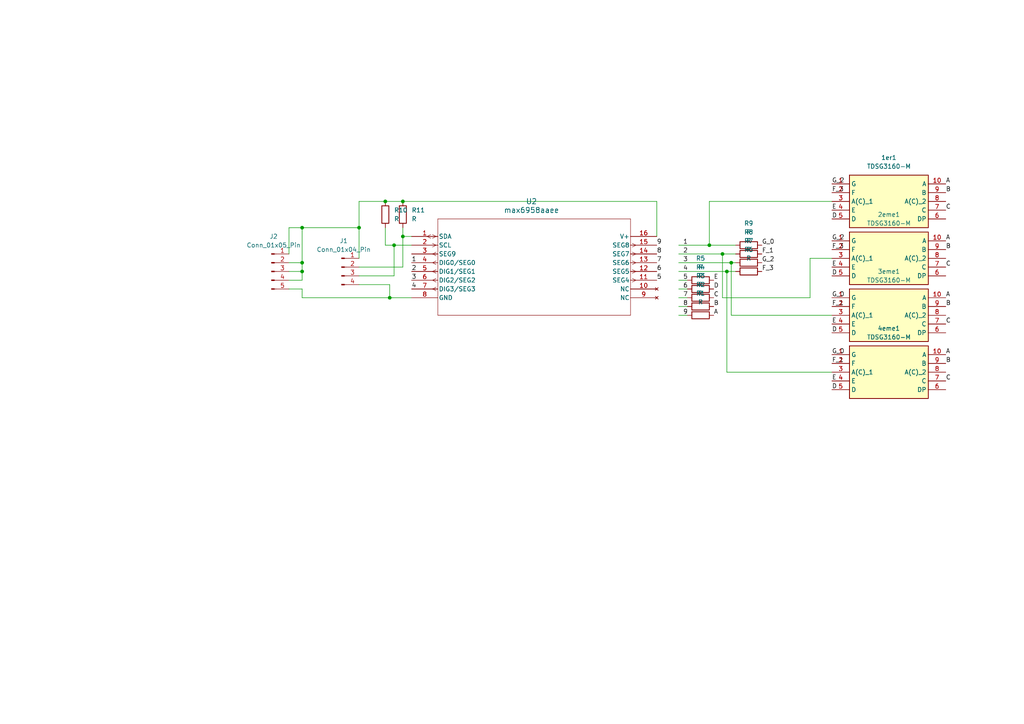
<source format=kicad_sch>
(kicad_sch (version 20231120) (generator "eeschema") (generator_version "8.0")
  (paper "A4")
  (lib_symbols
    (symbol "2025-03-07_14-15-55:max6958aaee" (pin_names (offset 0.254))
      (property "Reference" "U" (at 35.56 10.16 0))
      (property "Value" "max6958aaee" (at 35.56 7.62 0))
      (symbol "max6958aaee_0_1"
        (polyline (pts (xy 5.5372 -0.5207) (xy 4.4958 0)) (stroke (width 0.127)))
        (polyline (pts (xy 5.5372 0.5207) (xy 4.4958 0)) (stroke (width 0.127)))
        (polyline (pts (xy 7.0993 -15.7607) (xy 6.0579 -15.24)) (stroke (width 0.127)))
        (polyline (pts (xy 7.0993 -14.7193) (xy 6.0579 -15.24)) (stroke (width 0.127)))
        (polyline (pts (xy 7.0993 -13.2207) (xy 6.0579 -12.7)) (stroke (width 0.127)))
        (polyline (pts (xy 7.0993 -12.1793) (xy 6.0579 -12.7)) (stroke (width 0.127)))
        (polyline (pts (xy 7.0993 -10.6807) (xy 6.0579 -10.16)) (stroke (width 0.127)))
        (polyline (pts (xy 7.0993 -9.6393) (xy 6.0579 -10.16)) (stroke (width 0.127)))
        (polyline (pts (xy 7.0993 -8.1407) (xy 6.0579 -7.62)) (stroke (width 0.127)))
        (polyline (pts (xy 7.0993 -7.0993) (xy 6.0579 -7.62)) (stroke (width 0.127)))
        (polyline (pts (xy 7.0993 -5.6007) (xy 6.0579 -5.08)) (stroke (width 0.127)))
        (polyline (pts (xy 7.0993 -4.5593) (xy 6.0579 -5.08)) (stroke (width 0.127)))
        (polyline (pts (xy 7.0993 -2.54) (xy 6.0579 -3.0607)) (stroke (width 0.127)))
        (polyline (pts (xy 7.0993 -2.54) (xy 6.0579 -2.0193)) (stroke (width 0.127)))
        (polyline (pts (xy 7.0993 0) (xy 6.0579 -0.5207)) (stroke (width 0.127)))
        (polyline (pts (xy 7.0993 0) (xy 6.0579 0.5207)) (stroke (width 0.127)))
        (polyline (pts (xy 7.62 -22.86) (xy 63.5 -22.86)) (stroke (width 0.127)))
        (polyline (pts (xy 7.62 5.08) (xy 7.62 -22.86)) (stroke (width 0.127)))
        (polyline (pts (xy 63.5 -22.86) (xy 63.5 5.08)) (stroke (width 0.127)))
        (polyline (pts (xy 63.5 5.08) (xy 7.62 5.08)) (stroke (width 0.127)))
        (polyline (pts (xy 64.0207 -13.2207) (xy 65.0621 -12.7)) (stroke (width 0.127)))
        (polyline (pts (xy 64.0207 -12.1793) (xy 65.0621 -12.7)) (stroke (width 0.127)))
        (polyline (pts (xy 64.0207 -10.6807) (xy 65.0621 -10.16)) (stroke (width 0.127)))
        (polyline (pts (xy 64.0207 -9.6393) (xy 65.0621 -10.16)) (stroke (width 0.127)))
        (polyline (pts (xy 64.0207 -8.1407) (xy 65.0621 -7.62)) (stroke (width 0.127)))
        (polyline (pts (xy 64.0207 -7.0993) (xy 65.0621 -7.62)) (stroke (width 0.127)))
        (polyline (pts (xy 64.0207 -5.6007) (xy 65.0621 -5.08)) (stroke (width 0.127)))
        (polyline (pts (xy 64.0207 -4.5593) (xy 65.0621 -5.08)) (stroke (width 0.127)))
        (polyline (pts (xy 64.0207 -3.0607) (xy 65.0621 -2.54)) (stroke (width 0.127)))
        (polyline (pts (xy 64.0207 -2.0193) (xy 65.0621 -2.54)) (stroke (width 0.127)))
        (pin bidirectional line (at 0 0 0) (length 7.62) (name "SDA") (number "1"))
        (pin no_connect line (at 71.12 -15.24 180) (length 7.62) (name "NC") (number "10"))
        (pin output line (at 71.12 -12.7 180) (length 7.62) (name "SEG4") (number "11"))
        (pin output line (at 71.12 -10.16 180) (length 7.62) (name "SEG5") (number "12"))
        (pin output line (at 71.12 -7.62 180) (length 7.62) (name "SEG6") (number "13"))
        (pin output line (at 71.12 -5.08 180) (length 7.62) (name "SEG7") (number "14"))
        (pin output line (at 71.12 -2.54 180) (length 7.62) (name "SEG8") (number "15"))
        (pin power_in line (at 71.12 0 180) (length 7.62) (name "V+") (number "16"))
        (pin input line (at 0 -2.54 0) (length 7.62) (name "SCL") (number "2"))
        (pin output line (at 0 -5.08 0) (length 7.62) (name "SEG9") (number "3"))
        (pin output line (at 0 -7.62 0) (length 7.62) (name "DIG0/SEG0") (number "4"))
        (pin output line (at 0 -10.16 0) (length 7.62) (name "DIG1/SEG1") (number "5"))
        (pin output line (at 0 -12.7 0) (length 7.62) (name "DIG2/SEG2") (number "6"))
        (pin output line (at 0 -15.24 0) (length 7.62) (name "DIG3/SEG3") (number "7"))
        (pin power_in line (at 0 -17.78 0) (length 7.62) (name "GND") (number "8"))
        (pin no_connect line (at 71.12 -17.78 180) (length 7.62) (name "NC") (number "9"))
      )
    )
    (symbol "Connector:Conn_01x04_Pin" (pin_names (offset 1.016) hide)
      (property "Reference" "J" (at 0 5.08 0))
      (property "Value" "Conn_01x04_Pin" (at 0 -7.62 0))
      (symbol "Conn_01x04_Pin_1_1"
        (polyline (pts (xy 1.27 -5.08) (xy 0.8636 -5.08)) (stroke (width 0.1524)))
        (polyline (pts (xy 1.27 -2.54) (xy 0.8636 -2.54)) (stroke (width 0.1524)))
        (polyline (pts (xy 1.27 0) (xy 0.8636 0)) (stroke (width 0.1524)))
        (polyline (pts (xy 1.27 2.54) (xy 0.8636 2.54)) (stroke (width 0.1524)))
        (rectangle (start 0.8636 -4.953) (end 0 -5.207) (stroke (width 0.1524)) (fill (type outline)))
        (rectangle (start 0.8636 -2.413) (end 0 -2.667) (stroke (width 0.1524)) (fill (type outline)))
        (rectangle (start 0.8636 0.127) (end 0 -0.127) (stroke (width 0.1524)) (fill (type outline)))
        (rectangle (start 0.8636 2.667) (end 0 2.413) (stroke (width 0.1524)) (fill (type outline)))
        (pin passive line (at 5.08 2.54 180) (length 3.81) (name "Pin_1") (number "1"))
        (pin passive line (at 5.08 0 180) (length 3.81) (name "Pin_2") (number "2"))
        (pin passive line (at 5.08 -2.54 180) (length 3.81) (name "Pin_3") (number "3"))
        (pin passive line (at 5.08 -5.08 180) (length 3.81) (name "Pin_4") (number "4"))
      )
    )
    (symbol "Connector:Conn_01x05_Pin" (pin_names (offset 1.016) hide)
      (property "Reference" "J" (at 0 7.62 0))
      (property "Value" "Conn_01x05_Pin" (at 0 -7.62 0))
      (symbol "Conn_01x05_Pin_1_1"
        (polyline (pts (xy 1.27 -5.08) (xy 0.8636 -5.08)) (stroke (width 0.1524)))
        (polyline (pts (xy 1.27 -2.54) (xy 0.8636 -2.54)) (stroke (width 0.1524)))
        (polyline (pts (xy 1.27 0) (xy 0.8636 0)) (stroke (width 0.1524)))
        (polyline (pts (xy 1.27 2.54) (xy 0.8636 2.54)) (stroke (width 0.1524)))
        (polyline (pts (xy 1.27 5.08) (xy 0.8636 5.08)) (stroke (width 0.1524)))
        (rectangle (start 0.8636 -4.953) (end 0 -5.207) (stroke (width 0.1524)) (fill (type outline)))
        (rectangle (start 0.8636 -2.413) (end 0 -2.667) (stroke (width 0.1524)) (fill (type outline)))
        (rectangle (start 0.8636 0.127) (end 0 -0.127) (stroke (width 0.1524)) (fill (type outline)))
        (rectangle (start 0.8636 2.667) (end 0 2.413) (stroke (width 0.1524)) (fill (type outline)))
        (rectangle (start 0.8636 5.207) (end 0 4.953) (stroke (width 0.1524)) (fill (type outline)))
        (pin passive line (at 5.08 5.08 180) (length 3.81) (name "Pin_1") (number "1"))
        (pin passive line (at 5.08 2.54 180) (length 3.81) (name "Pin_2") (number "2"))
        (pin passive line (at 5.08 0 180) (length 3.81) (name "Pin_3") (number "3"))
        (pin passive line (at 5.08 -2.54 180) (length 3.81) (name "Pin_4") (number "4"))
        (pin passive line (at 5.08 -5.08 180) (length 3.81) (name "Pin_5") (number "5"))
      )
    )
    (symbol "Device:R" (pin_numbers hide) (pin_names (offset 0))
      (property "Reference" "R" (at 2.032 0 90))
      (property "Value" "R" (at 0 0 90))
      (symbol "R_0_1"
        (rectangle (start -1.016 -2.54) (end 1.016 2.54) (stroke (width 0.254)))
      )
      (symbol "R_1_1"
        (pin passive line (at 0 3.81 270) (length 1.27) (name "~") (number "1"))
        (pin passive line (at 0 -3.81 90) (length 1.27) (name "~") (number "2"))
      )
    )
    (symbol "TDSG3160-M:TDSG3160-M"
      (property "Reference" "DS" (at 29.21 7.62 0))
      (property "Value" "TDSG3160-M" (at 29.21 5.08 0))
      (symbol "TDSG3160-M_1_1"
        (rectangle (start 5.08 2.54) (end 27.94 -12.7) (stroke (width 0.254)) (fill (type background)))
        (pin passive line (at 0 0 0) (length 5.08) (name "G") (number "1"))
        (pin passive line (at 33.02 0 180) (length 5.08) (name "A") (number "10"))
        (pin passive line (at 0 -2.54 0) (length 5.08) (name "F") (number "2"))
        (pin passive line (at 0 -5.08 0) (length 5.08) (name "A(C)_1") (number "3"))
        (pin passive line (at 0 -7.62 0) (length 5.08) (name "E") (number "4"))
        (pin passive line (at 0 -10.16 0) (length 5.08) (name "D") (number "5"))
        (pin passive line (at 33.02 -10.16 180) (length 5.08) (name "DP") (number "6"))
        (pin passive line (at 33.02 -7.62 180) (length 5.08) (name "C") (number "7"))
        (pin passive line (at 33.02 -5.08 180) (length 5.08) (name "A(C)_2") (number "8"))
        (pin passive line (at 33.02 -2.54 180) (length 5.08) (name "B") (number "9"))
      )
    )
  )
  (junction (at 116.84 68.58))
  (junction (at 111.76 58.42))
  (junction (at 210.82 78.74))
  (junction (at 87.63 66.04))
  (junction (at 212.09 76.2))
  (junction (at 104.14 66.04))
  (junction (at 87.63 76.2))
  (junction (at 114.3 71.12))
  (junction (at 113.03 86.36))
  (junction (at 205.74 71.12))
  (junction (at 87.63 78.74))
  (junction (at 116.84 58.42))
  (junction (at 209.55 73.66))
  (wire (pts (xy 205.74 58.42) (xy 205.74 71.12)))
  (wire (pts (xy 205.74 71.12) (xy 196.85 71.12)))
  (wire (pts (xy 113.03 86.36) (xy 119.38 86.36)))
  (wire (pts (xy 210.82 78.74) (xy 213.36 78.74)))
  (wire (pts (xy 196.85 78.74) (xy 210.82 78.74)))
  (wire (pts (xy 83.82 76.2) (xy 87.63 76.2)))
  (wire (pts (xy 104.14 80.01) (xy 114.3 80.01)))
  (wire (pts (xy 234.95 74.93) (xy 234.95 86.36)))
  (wire (pts (xy 241.3 107.95) (xy 210.82 107.95)))
  (wire (pts (xy 113.03 82.55) (xy 113.03 86.36)))
  (wire (pts (xy 111.76 58.42) (xy 116.84 58.42)))
  (wire (pts (xy 87.63 83.82) (xy 87.63 86.36)))
  (wire (pts (xy 210.82 107.95) (xy 210.82 78.74)))
  (wire (pts (xy 87.63 81.28) (xy 87.63 78.74)))
  (wire (pts (xy 104.14 82.55) (xy 113.03 82.55)))
  (wire (pts (xy 104.14 77.47) (xy 116.84 77.47)))
  (wire (pts (xy 196.85 88.9) (xy 199.39 88.9)))
  (wire (pts (xy 212.09 76.2) (xy 213.36 76.2)))
  (wire (pts (xy 241.3 74.93) (xy 234.95 74.93)))
  (wire (pts (xy 104.14 66.04) (xy 104.14 58.42)))
  (wire (pts (xy 116.84 68.58) (xy 119.38 68.58)))
  (wire (pts (xy 114.3 80.01) (xy 114.3 71.12)))
  (wire (pts (xy 83.82 83.82) (xy 87.63 83.82)))
  (wire (pts (xy 83.82 78.74) (xy 87.63 78.74)))
  (wire (pts (xy 104.14 58.42) (xy 111.76 58.42)))
  (wire (pts (xy 116.84 66.04) (xy 116.84 68.58)))
  (wire (pts (xy 196.85 76.2) (xy 212.09 76.2)))
  (wire (pts (xy 83.82 73.66) (xy 83.82 66.04)))
  (wire (pts (xy 83.82 66.04) (xy 87.63 66.04)))
  (wire (pts (xy 209.55 86.36) (xy 209.55 73.66)))
  (wire (pts (xy 190.5 58.42) (xy 116.84 58.42)))
  (wire (pts (xy 241.3 58.42) (xy 205.74 58.42)))
  (wire (pts (xy 196.85 86.36) (xy 199.39 86.36)))
  (wire (pts (xy 83.82 81.28) (xy 87.63 81.28)))
  (wire (pts (xy 205.74 71.12) (xy 213.36 71.12)))
  (wire (pts (xy 111.76 71.12) (xy 114.3 71.12)))
  (wire (pts (xy 212.09 91.44) (xy 241.3 91.44)))
  (wire (pts (xy 209.55 73.66) (xy 213.36 73.66)))
  (wire (pts (xy 111.76 66.04) (xy 111.76 71.12)))
  (wire (pts (xy 196.85 83.82) (xy 199.39 83.82)))
  (wire (pts (xy 87.63 76.2) (xy 87.63 66.04)))
  (wire (pts (xy 87.63 66.04) (xy 104.14 66.04)))
  (wire (pts (xy 190.5 68.58) (xy 190.5 58.42)))
  (wire (pts (xy 87.63 86.36) (xy 113.03 86.36)))
  (wire (pts (xy 114.3 71.12) (xy 119.38 71.12)))
  (wire (pts (xy 196.85 81.28) (xy 199.39 81.28)))
  (wire (pts (xy 87.63 78.74) (xy 87.63 76.2)))
  (wire (pts (xy 104.14 74.93) (xy 104.14 66.04)))
  (wire (pts (xy 196.85 73.66) (xy 209.55 73.66)))
  (wire (pts (xy 116.84 77.47) (xy 116.84 68.58)))
  (wire (pts (xy 234.95 86.36) (xy 209.55 86.36)))
  (wire (pts (xy 212.09 76.2) (xy 212.09 91.44)))
  (wire (pts (xy 196.85 91.44) (xy 199.39 91.44)))
  (label "D" (at 241.3 96.52 0))
  (label "3" (at 198.12 76.2 0))
  (label "C" (at 274.32 60.96 0))
  (label "9" (at 198.12 91.44 0))
  (label "7" (at 198.12 86.36 0))
  (label "1" (at 119.38 76.2 0))
  (label "E" (at 241.3 77.47 0))
  (label "5" (at 198.12 81.28 0))
  (label "9" (at 190.5 71.12 0))
  (label "A" (at 274.32 69.85 0))
  (label "A" (at 274.32 53.34 0))
  (label "E" (at 241.3 110.49 0))
  (label "D" (at 207.01 83.82 0))
  (label "G_0" (at 241.3 102.87 0))
  (label "D" (at 241.3 80.01 0))
  (label "4" (at 119.38 83.82 0))
  (label "D" (at 241.3 63.5 0))
  (label "C" (at 274.32 93.98 0))
  (label "G_2" (at 241.3 53.34 0))
  (label "7" (at 190.5 76.2 0))
  (label "G_2" (at 241.3 69.85 0))
  (label "E" (at 241.3 93.98 0))
  (label "F_1" (at 241.3 88.9 0))
  (label "C" (at 274.32 77.47 0))
  (label "5" (at 190.5 81.28 0))
  (label "F_1" (at 241.3 105.41 0))
  (label "C" (at 207.01 86.36 0))
  (label "1" (at 198.12 71.12 0))
  (label "E" (at 207.01 81.28 0))
  (label "B" (at 274.32 72.39 0))
  (label "2" (at 119.38 78.74 0))
  (label "E" (at 241.3 60.96 0))
  (label "F_3" (at 241.3 55.88 0))
  (label "F_3" (at 220.98 78.74 0))
  (label "A" (at 274.32 86.36 0))
  (label "8" (at 190.5 73.66 0))
  (label "4" (at 198.12 78.74 0))
  (label "6" (at 190.5 78.74 0))
  (label "3" (at 119.38 81.28 0))
  (label "6" (at 198.12 83.82 0))
  (label "A" (at 274.32 102.87 0))
  (label "C" (at 274.32 110.49 0))
  (label "G_0" (at 220.98 71.12 0))
  (label "B" (at 207.01 88.9 0))
  (label "G_2" (at 220.98 76.2 0))
  (label "2" (at 198.12 73.66 0))
  (label "D" (at 241.3 113.03 0))
  (label "F_3" (at 241.3 72.39 0))
  (label "F_1" (at 220.98 73.66 0))
  (label "8" (at 198.12 88.9 0))
  (label "A" (at 207.01 91.44 0))
  (label "B" (at 274.32 55.88 0))
  (label "G_0" (at 241.3 86.36 0))
  (label "B" (at 274.32 88.9 0))
  (label "B" (at 274.32 105.41 0))
  (symbol (lib_id "Device:R") (at 116.84 62.23 180) (unit 1)
    (property "Reference" "R11" (at 119.38 60.9599 0) (effects (justify right)))
    (property "Value" "R" (at 119.38 63.4999 0) (effects (justify right)))
    (property "Footprint" "Resistor_SMD:R_0805_2012Metric" (effects (hide yes)))
    (property "Description" "Resistor" (effects (hide yes)))
  )
  (symbol (lib_id "Device:R") (at 217.17 78.74 90) (unit 1)
    (property "Reference" "R6" (at 217.17 72.39 90))
    (property "Value" "R" (at 217.17 74.93 90))
    (property "Footprint" "Resistor_SMD:R_0805_2012Metric" (effects (hide yes)))
    (property "Description" "Resistor" (effects (hide yes)))
  )
  (symbol (lib_id "Connector:Conn_01x04_Pin") (at 99.06 77.47 0) (unit 1)
    (property "Reference" "J1" (at 99.695 69.85 0))
    (property "Value" "Conn_01x04_Pin" (at 99.695 72.39 0))
    (property "Footprint" "Connector_PinHeader_2.54mm:PinHeader_1x04_P2.54mm_Vertical" (effects (hide yes)))
    (property "Description" "Generic connector, single row, 01x04, script generated" (effects (hide yes)))
  )
  (symbol (lib_id "TDSG3160-M:TDSG3160-M") (at 241.3 53.34 0) (unit 1)
    (property "Reference" "1er1" (at 257.81 45.72 0))
    (property "Value" "TDSG3160-M" (at 257.81 48.26 0))
    (property "Footprint" "footprints:DIP10_TDS" (effects (hide yes)))
    (property "Datasheet" "http://www.vishay.com/docs/83125/tdsg31.pdf" (effects (hide yes)))
    (property "Description" "LED Displays & Accessories 7-Seg Green 10 mm Common cathode" (effects (hide yes)))
    (property "Height" "7.1" (effects (hide yes)))
    (property "Mouser Part Number" "78-TDSG3160-M" (effects (hide yes)))
    (property "Mouser Price/Stock" "https://www.mouser.co.uk/ProductDetail/Vishay-Semiconductors/TDSG3160-M?qs=1F7whG1WZO34OtgNNrunoA%3D%3D" (effects (hide yes)))
    (property "Manufacturer_Name" "Vishay" (effects (hide yes)))
    (property "Manufacturer_Part_Number" "TDSG3160-M" (effects (hide yes)))
  )
  (symbol (lib_id "Device:R") (at 203.2 91.44 90) (unit 1)
    (property "Reference" "R1" (at 203.2 85.09 90))
    (property "Value" "R" (at 203.2 87.63 90))
    (property "Footprint" "Resistor_SMD:R_0805_2012Metric" (effects (hide yes)))
    (property "Description" "Resistor" (effects (hide yes)))
  )
  (symbol (lib_id "TDSG3160-M:TDSG3160-M") (at 241.3 86.36 0) (unit 1)
    (property "Reference" "3eme1" (at 257.81 78.74 0))
    (property "Value" "TDSG3160-M" (at 257.81 81.28 0))
    (property "Footprint" "footprints:DIP10_TDS" (effects (hide yes)))
    (property "Datasheet" "http://www.vishay.com/docs/83125/tdsg31.pdf" (effects (hide yes)))
    (property "Description" "LED Displays & Accessories 7-Seg Green 10 mm Common cathode" (effects (hide yes)))
    (property "Height" "7.1" (effects (hide yes)))
    (property "Mouser Part Number" "78-TDSG3160-M" (effects (hide yes)))
    (property "Mouser Price/Stock" "https://www.mouser.co.uk/ProductDetail/Vishay-Semiconductors/TDSG3160-M?qs=1F7whG1WZO34OtgNNrunoA%3D%3D" (effects (hide yes)))
    (property "Manufacturer_Name" "Vishay" (effects (hide yes)))
    (property "Manufacturer_Part_Number" "TDSG3160-M" (effects (hide yes)))
  )
  (symbol (lib_id "TDSG3160-M:TDSG3160-M") (at 241.3 69.85 0) (unit 1)
    (property "Reference" "2eme1" (at 257.81 62.23 0))
    (property "Value" "TDSG3160-M" (at 257.81 64.77 0))
    (property "Footprint" "footprints:DIP10_TDS" (effects (hide yes)))
    (property "Datasheet" "http://www.vishay.com/docs/83125/tdsg31.pdf" (effects (hide yes)))
    (property "Description" "LED Displays & Accessories 7-Seg Green 10 mm Common cathode" (effects (hide yes)))
    (property "Height" "7.1" (effects (hide yes)))
    (property "Mouser Part Number" "78-TDSG3160-M" (effects (hide yes)))
    (property "Mouser Price/Stock" "https://www.mouser.co.uk/ProductDetail/Vishay-Semiconductors/TDSG3160-M?qs=1F7whG1WZO34OtgNNrunoA%3D%3D" (effects (hide yes)))
    (property "Manufacturer_Name" "Vishay" (effects (hide yes)))
    (property "Manufacturer_Part_Number" "TDSG3160-M" (effects (hide yes)))
  )
  (symbol (lib_id "2025-03-07_14-15-55:max6958aaee") (at 119.38 68.58 0) (unit 1)
    (property "Reference" "U2" (at 154.1589 58.42 0) (effects (font (size 1.524 1.524))))
    (property "Value" "max6958aaee" (at 154.1589 60.96 0) (effects (font (size 1.524 1.524))))
    (property "Footprint" "CMS:21-0055H_16_MXM" (effects (hide yes)))
    (property "Datasheet" "max6958aaee" (effects (hide yes)))
  )
  (symbol (lib_id "Device:R") (at 217.17 76.2 90) (unit 1)
    (property "Reference" "R7" (at 217.17 69.85 90))
    (property "Value" "R" (at 217.17 72.39 90))
    (property "Footprint" "Resistor_SMD:R_0805_2012Metric" (effects (hide yes)))
    (property "Description" "Resistor" (effects (hide yes)))
  )
  (symbol (lib_id "Device:R") (at 217.17 71.12 90) (unit 1)
    (property "Reference" "R9" (at 217.17 64.77 90))
    (property "Value" "R" (at 217.17 67.31 90))
    (property "Footprint" "Resistor_SMD:R_0805_2012Metric" (effects (hide yes)))
    (property "Description" "Resistor" (effects (hide yes)))
  )
  (symbol (lib_id "Device:R") (at 111.76 62.23 180) (unit 1)
    (property "Reference" "R10" (at 114.3 60.9599 0) (effects (justify right)))
    (property "Value" "R" (at 114.3 63.4999 0) (effects (justify right)))
    (property "Footprint" "Resistor_SMD:R_0805_2012Metric" (effects (hide yes)))
    (property "Description" "Resistor" (effects (hide yes)))
  )
  (symbol (lib_id "Device:R") (at 217.17 73.66 90) (unit 1)
    (property "Reference" "R8" (at 217.17 67.31 90))
    (property "Value" "R" (at 217.17 69.85 90))
    (property "Footprint" "Resistor_SMD:R_0805_2012Metric" (effects (hide yes)))
    (property "Description" "Resistor" (effects (hide yes)))
  )
  (symbol (lib_id "Connector:Conn_01x05_Pin") (at 78.74 78.74 0) (unit 1)
    (property "Reference" "J2" (at 79.375 68.58 0))
    (property "Value" "Conn_01x05_Pin" (at 79.375 71.12 0))
    (property "Footprint" "Connector_PinHeader_2.54mm:PinHeader_1x05_P2.54mm_Vertical" (effects (hide yes)))
    (property "Description" "Generic connector, single row, 01x05, script generated" (effects (hide yes)))
  )
  (symbol (lib_id "Device:R") (at 203.2 88.9 90) (unit 1)
    (property "Reference" "R2" (at 203.2 82.55 90))
    (property "Value" "R" (at 203.2 85.09 90))
    (property "Footprint" "Resistor_SMD:R_0805_2012Metric" (effects (hide yes)))
    (property "Description" "Resistor" (effects (hide yes)))
  )
  (symbol (lib_id "Device:R") (at 203.2 83.82 90) (unit 1)
    (property "Reference" "R4" (at 203.2 77.47 90))
    (property "Value" "R" (at 203.2 80.01 90))
    (property "Footprint" "Resistor_SMD:R_0805_2012Metric" (effects (hide yes)))
    (property "Description" "Resistor" (effects (hide yes)))
  )
  (symbol (lib_id "Device:R") (at 203.2 86.36 90) (unit 1)
    (property "Reference" "R3" (at 203.2 80.01 90))
    (property "Value" "R" (at 203.2 82.55 90))
    (property "Footprint" "Resistor_SMD:R_0805_2012Metric" (effects (hide yes)))
    (property "Description" "Resistor" (effects (hide yes)))
  )
  (symbol (lib_id "TDSG3160-M:TDSG3160-M") (at 241.3 102.87 0) (unit 1)
    (property "Reference" "4eme1" (at 257.81 95.25 0))
    (property "Value" "TDSG3160-M" (at 257.81 97.79 0))
    (property "Footprint" "footprints:DIP10_TDS" (effects (hide yes)))
    (property "Datasheet" "http://www.vishay.com/docs/83125/tdsg31.pdf" (effects (hide yes)))
    (property "Description" "LED Displays & Accessories 7-Seg Green 10 mm Common cathode" (effects (hide yes)))
    (property "Height" "7.1" (effects (hide yes)))
    (property "Mouser Part Number" "78-TDSG3160-M" (effects (hide yes)))
    (property "Mouser Price/Stock" "https://www.mouser.co.uk/ProductDetail/Vishay-Semiconductors/TDSG3160-M?qs=1F7whG1WZO34OtgNNrunoA%3D%3D" (effects (hide yes)))
    (property "Manufacturer_Name" "Vishay" (effects (hide yes)))
    (property "Manufacturer_Part_Number" "TDSG3160-M" (effects (hide yes)))
  )
  (symbol (lib_id "Device:R") (at 203.2 81.28 90) (unit 1)
    (property "Reference" "R5" (at 203.2 74.93 90))
    (property "Value" "R" (at 203.2 77.47 90))
    (property "Footprint" "Resistor_SMD:R_0805_2012Metric" (effects (hide yes)))
    (property "Description" "Resistor" (effects (hide yes)))
  )
)
</source>
